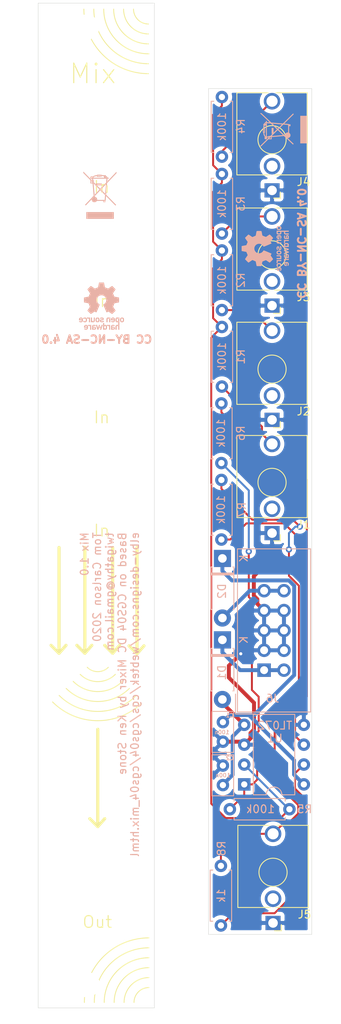
<source format=kicad_pcb>
(kicad_pcb (version 20171130) (host pcbnew "(5.1.4)-1")
  (layers (0 F.Cu signal) (31 B.Cu signal) (34 B.Paste user) (35 F.Paste user) (36 B.SilkS user) (37 F.SilkS user) (38 B.Mask user) (39 F.Mask user) (44 Edge.Cuts user))
  (net 0 "")
  (net 1 +12V)
  (net 2 Earth)
  (net 3 -12V)
  (net 4 "Net-(D1-Pad1)")
  (net 5 "Net-(D2-Pad2)")
  (net 6 "Net-(J1-PadT)")
  (net 7 "Net-(J2-PadT)")
  (net 8 "Net-(J3-PadT)")
  (net 9 "Net-(J4-PadT)")
  (net 10 "Net-(J5-PadT)")
  (net 11 "Net-(R1-Pad1)")
  (net 12 "Net-(R5-Pad1)")
  (net 13 "Net-(R6-Pad1)")
  (net 14 "Net-(R8-Pad2)")
  (module Symbol:WEEE-Logo_4.2x6mm_SilkScreen (layer B.Cu) (at 147.32 58.9788 270)
    (fp_text reference J26 hide)
    (fp_text value WEEE hide)
  )
  (module Symbol:OSHW-Logo_5.7x6mm_SilkScreen (layer B.Cu) (at 144.9832 74.168 270)
    (fp_text reference J27 hide)
    (fp_text value OSHW hide)
  )
  (module Symbol:WEEE-Logo_4.2x6mm_SilkScreen (layer B.Cu) (at 123.8504 67.3608 180)
    (fp_text reference J26 hide)
    (fp_text value WEEE hide)
  )
  (module Symbol:OSHW-Logo_5.7x6mm_SilkScreen (layer B.Cu) (at 124.0536 81.534 180)
    (fp_text reference J27 hide)
    (fp_text value OSHW hide)
  )
  (module MountingHole:MountingHole_3.2mm_M3 (layer F.Cu) (at 120.5484 45.8724)
    (fp_text reference REF** hide)
    (fp_text value MountingHole_3.2mm_M3)
    (pad "" np_thru_hole oval (at 0 0) (size 6.4 3.2) (drill oval 6.4 3.2) (layers *.Cu *.Mask))
  )
  (module MountingHole:MountingHole_3.2mm_M3 (layer F.Cu) (at 120.5992 168.275)
    (fp_text reference REF** hide)
    (fp_text value MountingHole_3.2mm_M3)
    (pad "" np_thru_hole oval (at 0 0) (size 6.4 3.2) (drill oval 6.4 3.2) (layers *.Cu *.Mask))
  )
  (module MountingHole:MountingHole_3.2mm_M3 (layer F.Cu) (at 124.079 104.0765)
    (fp_text reference REF** hide)
    (fp_text value MountingHole_3.2mm_M3)
    (pad "" np_thru_hole circle (at 0 0) (size 6.1 6.1) (drill 6.1) (layers *.Cu *.Mask))
  )
  (module MountingHole:MountingHole_3.2mm_M3 (layer F.Cu) (at 124.079 89.662)
    (fp_text reference REF** hide)
    (fp_text value MountingHole_3.2mm_M3)
    (pad "" np_thru_hole circle (at 0 0) (size 6.1 6.1) (drill 6.1) (layers *.Cu *.Mask))
  )
  (module MountingHole:MountingHole_3.2mm_M3 (layer F.Cu) (at 124.1425 74.803)
    (fp_text reference REF** hide)
    (fp_text value MountingHole_3.2mm_M3)
    (pad "" np_thru_hole circle (at 0 0) (size 6.1 6.1) (drill 6.1) (layers *.Cu *.Mask))
  )
  (module Diode_THT:D_DO-41_SOD81_P7.62mm_Horizontal (layer B.Cu) (at 139.5095 113.792 270)
    (fp_text reference D2 (at 4.191 0.0635 90) (layer B.SilkS) (effects (justify mirror)))
    (fp_text value D_Schottky)
    (fp_text user K (at 0 -2.7305 90) (layer B.SilkS) (effects (justify mirror)))
    (pad 2 thru_hole oval (at 7.62 0 270) (size 2.2 2.2) (drill 1.1) (layers *.Cu *.Mask) (net 5 "Net-(D2-Pad2)"))
    (pad 1 thru_hole rect (at 0 0 270) (size 2.2 2.2) (drill 1.1) (layers *.Cu *.Mask) (net 1 +12V))
  )
  (module Diode_THT:D_DO-41_SOD81_P7.62mm_Horizontal (layer B.Cu) (at 139.5095 124.206 270)
    (fp_text reference D1 (at 4.191 0.0635 90) (layer B.SilkS) (effects (justify mirror)))
    (fp_text value D_Schottky)
    (fp_text user K (at 0 -2.7305 90) (layer B.SilkS) (effects (justify mirror)))
    (pad 2 thru_hole oval (at 7.62 0 270) (size 2.2 2.2) (drill 1.1) (layers *.Cu *.Mask) (net 3 -12V))
    (pad 1 thru_hole rect (at 0 0 270) (size 2.2 2.2) (drill 1.1) (layers *.Cu *.Mask) (net 4 "Net-(D1-Pad1)"))
  )
  (module MountingHole:MountingHole_3.2mm_M3 (layer F.Cu) (at 124.079 60.2615)
    (fp_text reference REF** hide)
    (fp_text value MountingHole_3.2mm_M3)
    (pad "" np_thru_hole circle (at 0 0) (size 6.1 6.1) (drill 6.1) (layers *.Cu *.Mask))
  )
  (module MountingHole:MountingHole_3.2mm_M3 (layer F.Cu) (at 123.698 154.1145)
    (fp_text reference REF** hide)
    (fp_text value MountingHole_3.2mm_M3)
    (pad "" np_thru_hole circle (at 0 0) (size 6.1 6.1) (drill 6.1) (layers *.Cu *.Mask))
  )
  (module Package_DIP:DIP-8_W7.62mm (layer B.Cu) (at 142.3035 142.6845)
    (fp_text reference U1 (at 3.9116 -5.8801) (layer B.SilkS) (effects (justify mirror)))
    (fp_text value TL072 (at 3.9116 -7.5311) (layer B.SilkS) (effects (justify mirror)))
    (pad 8 thru_hole oval (at 7.62 0) (size 1.6 1.6) (drill 0.8) (layers *.Cu *.Mask) (net 1 +12V))
    (pad 4 thru_hole oval (at 0 -7.62) (size 1.6 1.6) (drill 0.8) (layers *.Cu *.Mask) (net 3 -12V))
    (pad 7 thru_hole oval (at 7.62 -2.54) (size 1.6 1.6) (drill 0.8) (layers *.Cu *.Mask) (net 14 "Net-(R8-Pad2)"))
    (pad 3 thru_hole oval (at 0 -5.08) (size 1.6 1.6) (drill 0.8) (layers *.Cu *.Mask) (net 2 Earth))
    (pad 6 thru_hole oval (at 7.62 -5.08) (size 1.6 1.6) (drill 0.8) (layers *.Cu *.Mask) (net 13 "Net-(R6-Pad1)"))
    (pad 2 thru_hole oval (at 0 -2.54) (size 1.6 1.6) (drill 0.8) (layers *.Cu *.Mask) (net 11 "Net-(R1-Pad1)"))
    (pad 5 thru_hole oval (at 7.62 -7.62) (size 1.6 1.6) (drill 0.8) (layers *.Cu *.Mask) (net 2 Earth))
    (pad 1 thru_hole rect (at 0 0) (size 1.6 1.6) (drill 0.8) (layers *.Cu *.Mask) (net 12 "Net-(R5-Pad1)"))
  )
  (module Resistor_THT:R_Axial_DIN0207_L6.3mm_D2.5mm_P7.62mm_Horizontal (layer B.Cu) (at 139.319 153.0985 270)
    (fp_text reference R8 (at -2.2225 -0.0762 270) (layer B.SilkS) (effects (justify mirror)))
    (fp_text value 1k (at 3.8227 -0.0254 270) (layer B.SilkS) (effects (justify mirror)))
    (pad 2 thru_hole oval (at 7.62 0 270) (size 1.6 1.6) (drill 0.8) (layers *.Cu *.Mask) (net 14 "Net-(R8-Pad2)"))
    (pad 1 thru_hole circle (at 0 0 270) (size 1.6 1.6) (drill 0.8) (layers *.Cu *.Mask) (net 10 "Net-(J5-PadT)"))
  )
  (module Resistor_THT:R_Axial_DIN0207_L6.3mm_D2.5mm_P7.62mm_Horizontal (layer B.Cu) (at 139.3825 103.759 270)
    (fp_text reference R7 (at 3.81 -2.6035 270) (layer B.SilkS) (effects (justify mirror)))
    (fp_text value 100k (at 3.81 0.0635 270) (layer B.SilkS) (effects (justify mirror)))
    (pad 2 thru_hole oval (at 7.62 0 270) (size 1.6 1.6) (drill 0.8) (layers *.Cu *.Mask) (net 13 "Net-(R6-Pad1)"))
    (pad 1 thru_hole circle (at 0 0 270) (size 1.6 1.6) (drill 0.8) (layers *.Cu *.Mask) (net 10 "Net-(J5-PadT)"))
  )
  (module Resistor_THT:R_Axial_DIN0207_L6.3mm_D2.5mm_P7.62mm_Horizontal (layer B.Cu) (at 139.3825 93.98 270)
    (fp_text reference R6 (at 3.81 -2.4765 270) (layer B.SilkS) (effects (justify mirror)))
    (fp_text value 100k (at 3.81 0.0635 270) (layer B.SilkS) (effects (justify mirror)))
    (pad 2 thru_hole oval (at 7.62 0 270) (size 1.6 1.6) (drill 0.8) (layers *.Cu *.Mask) (net 12 "Net-(R5-Pad1)"))
    (pad 1 thru_hole circle (at 0 0 270) (size 1.6 1.6) (drill 0.8) (layers *.Cu *.Mask) (net 13 "Net-(R6-Pad1)"))
  )
  (module Resistor_THT:R_Axial_DIN0207_L6.3mm_D2.5mm_P7.62mm_Horizontal (layer B.Cu) (at 140.462 145.8595)
    (fp_text reference R5 (at 9.5504 -0.0127) (layer B.SilkS) (effects (justify mirror)))
    (fp_text value 100k (at 3.9116 -0.0127) (layer B.SilkS) (effects (justify mirror)))
    (pad 2 thru_hole oval (at 7.62 0) (size 1.6 1.6) (drill 0.8) (layers *.Cu *.Mask) (net 11 "Net-(R1-Pad1)"))
    (pad 1 thru_hole circle (at 0 0) (size 1.6 1.6) (drill 0.8) (layers *.Cu *.Mask) (net 12 "Net-(R5-Pad1)"))
  )
  (module Resistor_THT:R_Axial_DIN0207_L6.3mm_D2.5mm_P7.62mm_Horizontal (layer B.Cu) (at 139.446 54.8005 270)
    (fp_text reference R4 (at 3.7465 -2.413 270) (layer B.SilkS) (effects (justify mirror)))
    (fp_text value 100k (at 3.81 0 270) (layer B.SilkS) (effects (justify mirror)))
    (pad 2 thru_hole oval (at 7.62 0 270) (size 1.6 1.6) (drill 0.8) (layers *.Cu *.Mask) (net 9 "Net-(J4-PadT)"))
    (pad 1 thru_hole circle (at 0 0 270) (size 1.6 1.6) (drill 0.8) (layers *.Cu *.Mask) (net 11 "Net-(R1-Pad1)"))
  )
  (module Resistor_THT:R_Axial_DIN0207_L6.3mm_D2.5mm_P7.62mm_Horizontal (layer B.Cu) (at 139.446 64.643 270)
    (fp_text reference R3 (at 3.81 -2.413 270) (layer B.SilkS) (effects (justify mirror)))
    (fp_text value 100k (at 3.81 0 270) (layer B.SilkS) (effects (justify mirror)))
    (pad 2 thru_hole oval (at 7.62 0 270) (size 1.6 1.6) (drill 0.8) (layers *.Cu *.Mask) (net 8 "Net-(J3-PadT)"))
    (pad 1 thru_hole circle (at 0 0 270) (size 1.6 1.6) (drill 0.8) (layers *.Cu *.Mask) (net 11 "Net-(R1-Pad1)"))
  )
  (module Resistor_THT:R_Axial_DIN0207_L6.3mm_D2.5mm_P7.62mm_Horizontal (layer B.Cu) (at 139.446 74.422 270)
    (fp_text reference R2 (at 3.81 -2.413 270) (layer B.SilkS) (effects (justify mirror)))
    (fp_text value 100k (at 3.81 0 270) (layer B.SilkS) (effects (justify mirror)))
    (pad 2 thru_hole oval (at 7.62 0 270) (size 1.6 1.6) (drill 0.8) (layers *.Cu *.Mask) (net 7 "Net-(J2-PadT)"))
    (pad 1 thru_hole circle (at 0 0 270) (size 1.6 1.6) (drill 0.8) (layers *.Cu *.Mask) (net 11 "Net-(R1-Pad1)"))
  )
  (module Resistor_THT:R_Axial_DIN0207_L6.3mm_D2.5mm_P7.62mm_Horizontal (layer B.Cu) (at 139.446 84.201 270)
    (fp_text reference R1 (at 3.81 -2.413 270) (layer B.SilkS) (effects (justify mirror)))
    (fp_text value 100k (at 3.81 0 270) (layer B.SilkS) (effects (justify mirror)))
    (pad 2 thru_hole oval (at 7.62 0 270) (size 1.6 1.6) (drill 0.8) (layers *.Cu *.Mask) (net 6 "Net-(J1-PadT)"))
    (pad 1 thru_hole circle (at 0 0 270) (size 1.6 1.6) (drill 0.8) (layers *.Cu *.Mask) (net 11 "Net-(R1-Pad1)"))
  )
  (module Connector_IDC:IDC-Header_2x05_P2.54mm_Vertical (layer B.Cu) (at 144.8435 128.0795)
    (fp_text reference J6 (at 1.0795 3.6195) (layer B.SilkS) (effects (justify mirror)))
    (fp_text value Conn_02x05_Odd_Even)
    (pad 10 thru_hole oval (at 2.54 -10.16) (size 1.7272 1.7272) (drill 1.016) (layers *.Cu *.Mask) (net 5 "Net-(D2-Pad2)"))
    (pad 9 thru_hole oval (at 0 -10.16) (size 1.7272 1.7272) (drill 1.016) (layers *.Cu *.Mask) (net 5 "Net-(D2-Pad2)"))
    (pad 8 thru_hole oval (at 2.54 -7.62) (size 1.7272 1.7272) (drill 1.016) (layers *.Cu *.Mask) (net 2 Earth))
    (pad 7 thru_hole oval (at 0 -7.62) (size 1.7272 1.7272) (drill 1.016) (layers *.Cu *.Mask) (net 2 Earth))
    (pad 6 thru_hole oval (at 2.54 -5.08) (size 1.7272 1.7272) (drill 1.016) (layers *.Cu *.Mask) (net 2 Earth))
    (pad 5 thru_hole oval (at 0 -5.08) (size 1.7272 1.7272) (drill 1.016) (layers *.Cu *.Mask) (net 2 Earth))
    (pad 4 thru_hole oval (at 2.54 -2.54) (size 1.7272 1.7272) (drill 1.016) (layers *.Cu *.Mask) (net 2 Earth))
    (pad 3 thru_hole oval (at 0 -2.54) (size 1.7272 1.7272) (drill 1.016) (layers *.Cu *.Mask) (net 2 Earth))
    (pad 2 thru_hole oval (at 2.54 0) (size 1.7272 1.7272) (drill 1.016) (layers *.Cu *.Mask) (net 4 "Net-(D1-Pad1)"))
    (pad 1 thru_hole rect (at 0 0) (size 1.7272 1.7272) (drill 1.016) (layers *.Cu *.Mask) (net 4 "Net-(D1-Pad1)"))
  )
  (module Connector_Audio:Jack_3.5mm_QingPu_WQP-PJ398SM_Vertical_CircularHoles (layer F.Cu) (at 145.9865 160.401 180)
    (fp_text reference J5 (at -4.03 1.08 180) (layer F.SilkS))
    (fp_text value AudioJack2)
    (pad T thru_hole circle (at 0 11.4) (size 2.13 2.13) (drill 1.43) (layers *.Cu *.Mask) (net 10 "Net-(J5-PadT)"))
    (pad S thru_hole rect (at 0 0) (size 1.93 1.83) (drill 1.22) (layers *.Cu *.Mask) (net 2 Earth))
    (pad TN thru_hole circle (at 0 3.1) (size 2.13 2.13) (drill 1.42) (layers *.Cu *.Mask))
  )
  (module Connector_Audio:Jack_3.5mm_QingPu_WQP-PJ398SM_Vertical_CircularHoles (layer F.Cu) (at 145.8595 66.7385 180)
    (fp_text reference J4 (at -4.03 1.08 180) (layer F.SilkS))
    (fp_text value AudioJack2)
    (pad T thru_hole circle (at 0 11.4) (size 2.13 2.13) (drill 1.43) (layers *.Cu *.Mask) (net 9 "Net-(J4-PadT)"))
    (pad S thru_hole rect (at 0 0) (size 1.93 1.83) (drill 1.22) (layers *.Cu *.Mask) (net 2 Earth))
    (pad TN thru_hole circle (at 0 3.1) (size 2.13 2.13) (drill 1.42) (layers *.Cu *.Mask))
  )
  (module Connector_Audio:Jack_3.5mm_QingPu_WQP-PJ398SM_Vertical_CircularHoles (layer F.Cu) (at 145.8595 81.4705 180)
    (fp_text reference J3 (at -4.03 1.08 180) (layer F.SilkS))
    (fp_text value AudioJack2)
    (pad T thru_hole circle (at 0 11.4) (size 2.13 2.13) (drill 1.43) (layers *.Cu *.Mask) (net 8 "Net-(J3-PadT)"))
    (pad S thru_hole rect (at 0 0) (size 1.93 1.83) (drill 1.22) (layers *.Cu *.Mask) (net 2 Earth))
    (pad TN thru_hole circle (at 0 3.1) (size 2.13 2.13) (drill 1.42) (layers *.Cu *.Mask))
  )
  (module Connector_Audio:Jack_3.5mm_QingPu_WQP-PJ398SM_Vertical_CircularHoles (layer F.Cu) (at 145.8595 96.0755 180)
    (fp_text reference J2 (at -4.03 1.08 180) (layer F.SilkS))
    (fp_text value AudioJack2)
    (pad T thru_hole circle (at 0 11.4) (size 2.13 2.13) (drill 1.43) (layers *.Cu *.Mask) (net 7 "Net-(J2-PadT)"))
    (pad S thru_hole rect (at 0 0) (size 1.93 1.83) (drill 1.22) (layers *.Cu *.Mask) (net 2 Earth))
    (pad TN thru_hole circle (at 0 3.1) (size 2.13 2.13) (drill 1.42) (layers *.Cu *.Mask))
  )
  (module Connector_Audio:Jack_3.5mm_QingPu_WQP-PJ398SM_Vertical_CircularHoles (layer F.Cu) (at 145.8595 110.5535 180)
    (fp_text reference J1 (at -4.03 1.08 180) (layer F.SilkS))
    (fp_text value AudioJack2)
    (pad T thru_hole circle (at 0 11.4) (size 2.13 2.13) (drill 1.43) (layers *.Cu *.Mask) (net 6 "Net-(J1-PadT)"))
    (pad S thru_hole rect (at 0 0) (size 1.93 1.83) (drill 1.22) (layers *.Cu *.Mask) (net 2 Earth))
    (pad TN thru_hole circle (at 0 3.1) (size 2.13 2.13) (drill 1.42) (layers *.Cu *.Mask))
  )
  (module Capacitor_THT:C_Disc_D5.0mm_W2.5mm_P2.50mm (layer B.Cu) (at 139.573 140.2715 270)
    (fp_text reference C2 (at -0.9525 -0.889) (layer B.SilkS) (effects (font (size 0.5 0.5) (thickness 0.125)) (justify mirror)))
    (fp_text value 100n (at 1.25 0) (layer B.SilkS) (effects (font (size 0.5 0.5) (thickness 0.1)) (justify mirror)))
    (pad 2 thru_hole circle (at 2.5 0 270) (size 1.6 1.6) (drill 0.8) (layers *.Cu *.Mask) (net 3 -12V))
    (pad 1 thru_hole circle (at 0 0 270) (size 1.6 1.6) (drill 0.8) (layers *.Cu *.Mask) (net 2 Earth))
  )
  (module Capacitor_THT:C_Disc_D5.0mm_W2.5mm_P2.50mm (layer B.Cu) (at 139.573 137.2235 90)
    (fp_text reference C1 (at 3.3655 0.889) (layer B.SilkS) (effects (font (size 0.5 0.5) (thickness 0.125)) (justify mirror)))
    (fp_text value 100n (at 1.2065 -0.127) (layer B.SilkS) (effects (font (size 0.5 0.5) (thickness 0.1)) (justify mirror)))
    (pad 2 thru_hole circle (at 2.5 0 90) (size 1.6 1.6) (drill 0.8) (layers *.Cu *.Mask) (net 1 +12V))
    (pad 1 thru_hole circle (at 0 0 90) (size 1.6 1.6) (drill 0.8) (layers *.Cu *.Mask) (net 2 Earth))
  )
  (gr_text "CC BY-NC-SA 4.0" (at 149.606 73.5076 270) (layer B.SilkS) (effects (font (size 1 1) (thickness 0.25)) (justify mirror)))
  (gr_text "CC BY-NC-SA 4.0" (at 123.444 85.8012) (layer B.SilkS) (effects (font (size 1 1) (thickness 0.25)) (justify mirror)))
  (gr_arc (start 130.1115 170.561) (end 130.1115 168.656) (angle -90) (layer F.SilkS) (width 0.12))
  (gr_arc (start 130.1115 170.561) (end 130.1115 163.576) (angle -90) (layer F.SilkS) (width 0.12))
  (gr_arc (start 130.1115 170.561) (end 130.1115 166.116) (angle -90) (layer F.SilkS) (width 0.12))
  (gr_arc (start 130.1115 170.561) (end 130.1115 164.846) (angle -90) (layer F.SilkS) (width 0.12))
  (gr_arc (start 130.1115 170.561) (end 130.1115 162.306) (angle -90) (layer F.SilkS) (width 0.12))
  (gr_arc (start 130.1115 170.561) (end 130.1115 167.386) (angle -90) (layer F.SilkS) (width 0.12))
  (gr_text "Mix 1.0\nTom Carlson 2020\ntwigathy@gmail.com\nBased on CGS04 DC Mixer by Ken Stone\nelby-designs.com/webtek/cgs/cgs04/cgs04_mix.html" (at 125.095 110.363 90) (layer B.SilkS) (effects (font (size 1 1)) (justify left mirror)))
  (gr_text Mix (at 122.936 51.816) (layer F.SilkS) (effects (font (size 2.5 2.5))))
  (gr_arc (start 130.048 43.561) (end 124.333 43.561) (angle -90.63659358) (layer F.SilkS) (width 0.12))
  (gr_arc (start 130.048 43.561) (end 126.873 43.561) (angle -90) (layer F.SilkS) (width 0.12))
  (gr_arc (start 130.048 43.561) (end 125.603 43.561) (angle -90) (layer F.SilkS) (width 0.12))
  (gr_arc (start 130.048 43.561) (end 121.793 43.561) (angle -90) (layer F.SilkS) (width 0.12))
  (gr_arc (start 130.048 43.561) (end 128.143 43.561) (angle -90) (layer F.SilkS) (width 0.12))
  (gr_arc (start 130.048 43.561) (end 123.063 43.561) (angle -90) (layer F.SilkS) (width 0.12))
  (gr_arc (start 123.571 126.369834) (end 118.631859 131.308974) (angle -88.17961325) (layer F.SilkS) (width 0.12))
  (gr_arc (start 123.571 126.365) (end 122.223962 127.712038) (angle -90) (layer F.SilkS) (width 0.12))
  (gr_arc (start 123.571 126.369834) (end 121.325936 128.614898) (angle -90) (layer F.SilkS) (width 0.12))
  (gr_arc (start 123.571 126.369834) (end 120.42791 129.512923) (angle -90) (layer F.SilkS) (width 0.12))
  (gr_arc (start 123.571 126.369834) (end 119.529885 130.410949) (angle -90) (layer F.SilkS) (width 0.12))
  (gr_arc (start 123.571 126.369834) (end 117.7925 132.1435) (angle -87.52997455) (layer F.SilkS) (width 0.12))
  (gr_line (start 128.5875 125.984) (end 128.5875 112.395) (layer F.SilkS) (width 0.4))
  (gr_line (start 128.5875 125.984) (end 129.4765 124.968) (layer F.SilkS) (width 0.4))
  (gr_line (start 128.5875 125.984) (end 127.5715 124.968) (layer F.SilkS) (width 0.4))
  (gr_line (start 125.476 125.9205) (end 125.476 112.395) (layer F.SilkS) (width 0.4))
  (gr_line (start 125.476 125.9205) (end 124.46 124.9045) (layer F.SilkS) (width 0.4))
  (gr_line (start 118.618 125.9205) (end 117.602 124.9045) (layer F.SilkS) (width 0.4))
  (gr_line (start 121.92 125.9205) (end 122.809 124.9045) (layer F.SilkS) (width 0.4))
  (gr_line (start 118.618 125.9205) (end 119.507 124.9045) (layer F.SilkS) (width 0.4))
  (gr_line (start 125.476 125.9205) (end 126.365 124.9045) (layer F.SilkS) (width 0.4))
  (gr_line (start 121.92 125.9205) (end 121.92 112.395) (layer F.SilkS) (width 0.4))
  (gr_line (start 118.618 125.9205) (end 118.618 112.395) (layer F.SilkS) (width 0.4))
  (gr_line (start 121.92 125.9205) (end 120.904 124.9045) (layer F.SilkS) (width 0.4))
  (gr_line (start 123.571 148.082) (end 123.571 135.636) (layer F.SilkS) (width 0.4))
  (gr_line (start 123.571 148.082) (end 124.46 147.066) (layer F.SilkS) (width 0.4))
  (gr_line (start 123.571 148.082) (end 122.555 147.066) (layer F.SilkS) (width 0.4))
  (gr_text In (at 124.079 110.236) (layer F.SilkS) (effects (font (size 1.5 1.5))))
  (gr_text In (at 124.079 95.758) (layer F.SilkS) (effects (font (size 1.5 1.5))))
  (gr_text In (at 124.1425 80.899) (layer F.SilkS) (effects (font (size 1.5 1.5))))
  (gr_text In (at 124.079 66.294) (layer F.SilkS) (effects (font (size 1.5 1.5))))
  (gr_text Out (at 123.5075 160.274) (layer F.SilkS) (effects (font (size 1.5 1.5))))
  (gr_line (start 130.81 42.799) (end 115.951 42.799) (layer Edge.Cuts) (width 0.05))
  (gr_line (start 115.951 171.2595) (end 115.951 42.799) (layer Edge.Cuts) (width 0.05))
  (gr_line (start 130.81 171.2595) (end 130.81 42.799) (layer Edge.Cuts) (width 0.05))
  (gr_line (start 130.81 171.2595) (end 115.951 171.2595) (layer Edge.Cuts) (width 0.05))
  (gr_line (start 150.9395 53.721) (end 137.7315 53.721) (layer Edge.Cuts) (width 0.05))
  (gr_line (start 150.9395 161.8615) (end 150.9395 53.721) (layer Edge.Cuts) (width 0.05))
  (gr_line (start 137.7315 161.8615) (end 137.7315 53.721) (layer Edge.Cuts) (width 0.05))
  (gr_line (start 150.9395 161.8615) (end 137.7315 161.8615) (layer Edge.Cuts) (width 0.05))
  (segment (start 142.903501 133.814499) (end 140.482001 133.814499) (width 0.5) (layer B.Cu) (net 1))
  (segment (start 148.673499 139.584497) (end 142.903501 133.814499) (width 0.5) (layer B.Cu) (net 1))
  (segment (start 148.673499 141.434499) (end 148.673499 139.584497) (width 0.5) (layer B.Cu) (net 1))
  (segment (start 148.673499 141.434499) (end 149.123501 141.884501) (width 0.5) (layer B.Cu) (net 1))
  (segment (start 149.123501 141.884501) (end 149.9235 142.6845) (width 0.5) (layer B.Cu) (net 1))
  (segment (start 140.372999 133.923501) (end 139.573 134.7235) (width 0.5) (layer B.Cu) (net 1))
  (segment (start 140.482001 133.814499) (end 140.372999 133.923501) (width 0.5) (layer B.Cu) (net 1))
  (segment (start 139.5095 115.392) (end 139.5095 113.792) (width 0.5) (layer B.Cu) (net 1))
  (segment (start 148.697101 128.710029) (end 148.697101 117.288971) (width 0.5) (layer B.Cu) (net 1))
  (segment (start 148.697101 117.288971) (end 148.014029 116.605899) (width 0.5) (layer B.Cu) (net 1))
  (segment (start 143.592631 133.814499) (end 148.697101 128.710029) (width 0.5) (layer B.Cu) (net 1))
  (segment (start 148.014029 116.605899) (end 140.723399 116.605899) (width 0.5) (layer B.Cu) (net 1))
  (segment (start 140.482001 133.814499) (end 143.592631 133.814499) (width 0.5) (layer B.Cu) (net 1))
  (segment (start 140.723399 116.605899) (end 139.5095 115.392) (width 0.5) (layer B.Cu) (net 1))
  (segment (start 141.9225 137.2235) (end 142.3035 137.6045) (width 0.5) (layer F.Cu) (net 2))
  (segment (start 139.573 137.2235) (end 141.9225 137.2235) (width 0.5) (layer F.Cu) (net 2))
  (segment (start 143.553501 135.664501) (end 143.553501 132.250501) (width 0.5) (layer F.Cu) (net 2))
  (segment (start 143.103499 136.114503) (end 143.553501 135.664501) (width 0.5) (layer F.Cu) (net 2))
  (segment (start 143.103499 136.804501) (end 143.103499 136.114503) (width 0.5) (layer F.Cu) (net 2))
  (segment (start 142.3035 137.6045) (end 143.103499 136.804501) (width 0.5) (layer F.Cu) (net 2))
  (segment (start 144.8435 125.5395) (end 142.3035 125.5395) (width 0.5) (layer B.Cu) (net 2))
  (segment (start 142.3035 125.5395) (end 141.859 125.984) (width 0.5) (layer B.Cu) (net 2))
  (segment (start 141.859 125.984) (end 141.859 125.984) (width 0.5) (layer B.Cu) (net 2))
  (via (at 141.859 125.984) (size 0.8) (drill 0.4) (layers F.Cu B.Cu) (net 2))
  (segment (start 140.335 129.032) (end 141.63675 130.33375) (width 0.5) (layer F.Cu) (net 2))
  (segment (start 140.335 127.508) (end 140.335 129.032) (width 0.5) (layer F.Cu) (net 2))
  (segment (start 141.859 125.984) (end 140.335 127.508) (width 0.5) (layer F.Cu) (net 2))
  (segment (start 143.553501 132.250501) (end 141.63675 130.33375) (width 0.5) (layer F.Cu) (net 2))
  (segment (start 141.63675 130.33375) (end 141.0335 129.7305) (width 0.5) (layer F.Cu) (net 2))
  (segment (start 144.653 114.935) (end 144.653 114.935) (width 0.5) (layer F.Cu) (net 2))
  (segment (start 145.8595 113.7285) (end 145.8595 110.5535) (width 0.5) (layer F.Cu) (net 2))
  (segment (start 143.529899 116.058101) (end 145.8595 113.7285) (width 0.5) (layer F.Cu) (net 2))
  (segment (start 143.529899 118.550029) (end 143.529899 116.058101) (width 0.5) (layer F.Cu) (net 2))
  (segment (start 143.979901 119.000031) (end 143.529899 118.550029) (width 0.5) (layer F.Cu) (net 2))
  (segment (start 144.8435 120.4595) (end 143.979901 119.595901) (width 0.5) (layer F.Cu) (net 2))
  (segment (start 143.979901 119.595901) (end 143.979901 119.000031) (width 0.5) (layer F.Cu) (net 2))
  (segment (start 141.503501 135.864499) (end 142.3035 135.0645) (width 0.5) (layer B.Cu) (net 3))
  (segment (start 140.823001 136.544999) (end 141.503501 135.864499) (width 0.5) (layer B.Cu) (net 3))
  (segment (start 140.823001 141.457999) (end 140.823001 136.544999) (width 0.5) (layer B.Cu) (net 3))
  (segment (start 139.573 142.708) (end 140.823001 141.457999) (width 0.5) (layer B.Cu) (net 3))
  (segment (start 139.5095 132.2705) (end 142.3035 135.0645) (width 0.5) (layer F.Cu) (net 3))
  (segment (start 139.5095 131.826) (end 139.5095 132.2705) (width 0.5) (layer F.Cu) (net 3))
  (segment (start 147.3835 128.0795) (end 144.8435 128.0795) (width 0.5) (layer B.Cu) (net 4))
  (segment (start 139.5095 125.806) (end 139.5095 124.206) (width 0.5) (layer B.Cu) (net 4))
  (segment (start 141.783 128.0795) (end 139.5095 125.806) (width 0.5) (layer B.Cu) (net 4))
  (segment (start 144.8435 128.0795) (end 141.783 128.0795) (width 0.5) (layer B.Cu) (net 4))
  (segment (start 147.3835 117.9195) (end 144.8435 117.9195) (width 0.5) (layer B.Cu) (net 5))
  (segment (start 143.002 117.9195) (end 139.5095 121.412) (width 0.5) (layer B.Cu) (net 5))
  (segment (start 144.8435 117.9195) (end 143.002 117.9195) (width 0.5) (layer B.Cu) (net 5))
  (segment (start 140.245999 92.620999) (end 139.446 91.821) (width 0.25) (layer F.Cu) (net 6))
  (segment (start 144.569499 96.944499) (end 140.245999 92.620999) (width 0.25) (layer F.Cu) (net 6))
  (segment (start 144.569499 97.863499) (end 144.569499 96.944499) (width 0.25) (layer F.Cu) (net 6))
  (segment (start 145.8595 99.1535) (end 144.569499 97.863499) (width 0.25) (layer F.Cu) (net 6))
  (segment (start 143.226 82.042) (end 139.446 82.042) (width 0.25) (layer F.Cu) (net 7))
  (segment (start 145.8595 84.6755) (end 143.226 82.042) (width 0.25) (layer F.Cu) (net 7))
  (segment (start 141.6385 70.0705) (end 139.446 72.263) (width 0.25) (layer F.Cu) (net 8))
  (segment (start 145.8595 70.0705) (end 141.6385 70.0705) (width 0.25) (layer F.Cu) (net 8))
  (segment (start 139.446 61.752) (end 139.446 62.4205) (width 0.25) (layer F.Cu) (net 9))
  (segment (start 145.8595 55.3385) (end 139.446 61.752) (width 0.25) (layer F.Cu) (net 9))
  (segment (start 139.319 153.0985) (end 139.319 151.003) (width 0.25) (layer F.Cu) (net 10))
  (segment (start 141.321 149.001) (end 145.9865 149.001) (width 0.25) (layer F.Cu) (net 10))
  (segment (start 139.319 151.003) (end 141.321 149.001) (width 0.25) (layer F.Cu) (net 10))
  (segment (start 146.194899 142.321399) (end 146.194899 133.903601) (width 0.25) (layer F.Cu) (net 10))
  (segment (start 149.207001 145.333501) (end 146.194899 142.321399) (width 0.25) (layer F.Cu) (net 10))
  (segment (start 149.2885 130.81) (end 149.2885 117.2845) (width 0.25) (layer F.Cu) (net 10))
  (segment (start 148.572101 116.568101) (end 148.17725 116.17325) (width 0.25) (layer F.Cu) (net 10))
  (segment (start 145.9865 149.001) (end 147.051499 147.936001) (width 0.25) (layer F.Cu) (net 10))
  (segment (start 146.194899 133.903601) (end 149.2885 130.81) (width 0.25) (layer F.Cu) (net 10))
  (segment (start 147.051499 147.936001) (end 147.670501 147.936001) (width 0.25) (layer F.Cu) (net 10))
  (segment (start 147.670501 147.936001) (end 149.207001 146.399501) (width 0.25) (layer F.Cu) (net 10))
  (segment (start 149.207001 146.399501) (end 149.207001 145.333501) (width 0.25) (layer F.Cu) (net 10))
  (segment (start 143.335631 108.843501) (end 148.531001 108.843501) (width 0.25) (layer F.Cu) (net 10))
  (segment (start 139.3825 103.759) (end 139.3825 104.89037) (width 0.25) (layer F.Cu) (net 10))
  (segment (start 139.3825 104.89037) (end 143.335631 108.843501) (width 0.25) (layer F.Cu) (net 10))
  (segment (start 148.531001 108.843501) (end 149.4155 109.728) (width 0.25) (layer F.Cu) (net 10))
  (segment (start 149.4155 109.728) (end 149.4155 109.728) (width 0.25) (layer F.Cu) (net 10))
  (via (at 149.4155 109.728) (size 0.8) (drill 0.4) (layers F.Cu B.Cu) (net 10))
  (segment (start 148.849815 109.728) (end 148.0185 110.559315) (width 0.25) (layer B.Cu) (net 10))
  (segment (start 149.4155 109.728) (end 148.849815 109.728) (width 0.25) (layer B.Cu) (net 10))
  (segment (start 148.0185 110.559315) (end 148.0185 112.649) (width 0.25) (layer B.Cu) (net 10))
  (segment (start 148.0185 112.649) (end 148.0185 112.649) (width 0.25) (layer B.Cu) (net 10))
  (via (at 148.0185 112.649) (size 0.8) (drill 0.4) (layers F.Cu B.Cu) (net 10))
  (segment (start 148.0185 116.0145) (end 148.93925 116.93525) (width 0.25) (layer F.Cu) (net 10))
  (segment (start 148.0185 112.649) (end 148.0185 116.0145) (width 0.25) (layer F.Cu) (net 10))
  (segment (start 149.2885 117.2845) (end 148.93925 116.93525) (width 0.25) (layer F.Cu) (net 10))
  (segment (start 148.93925 116.93525) (end 148.17725 116.17325) (width 0.25) (layer F.Cu) (net 10))
  (segment (start 148.0185 145.8595) (end 148.082 145.8595) (width 0.25) (layer B.Cu) (net 11))
  (segment (start 142.3035 140.1445) (end 148.0185 145.8595) (width 0.25) (layer B.Cu) (net 11))
  (segment (start 138.646001 63.843001) (end 139.446 64.643) (width 0.25) (layer F.Cu) (net 11))
  (segment (start 138.320999 63.517999) (end 138.646001 63.843001) (width 0.25) (layer F.Cu) (net 11))
  (segment (start 138.320999 57.056871) (end 138.320999 63.517999) (width 0.25) (layer F.Cu) (net 11))
  (segment (start 139.446 55.93187) (end 138.320999 57.056871) (width 0.25) (layer F.Cu) (net 11))
  (segment (start 139.446 54.8005) (end 139.446 55.93187) (width 0.25) (layer F.Cu) (net 11))
  (segment (start 138.646001 73.622001) (end 139.446 74.422) (width 0.25) (layer F.Cu) (net 11))
  (segment (start 138.320999 73.296999) (end 138.646001 73.622001) (width 0.25) (layer F.Cu) (net 11))
  (segment (start 138.320999 66.899371) (end 138.320999 73.296999) (width 0.25) (layer F.Cu) (net 11))
  (segment (start 139.446 65.77437) (end 138.320999 66.899371) (width 0.25) (layer F.Cu) (net 11))
  (segment (start 139.446 64.643) (end 139.446 65.77437) (width 0.25) (layer F.Cu) (net 11))
  (segment (start 138.646001 83.401001) (end 139.446 84.201) (width 0.25) (layer F.Cu) (net 11))
  (segment (start 138.320999 83.075999) (end 138.646001 83.401001) (width 0.25) (layer F.Cu) (net 11))
  (segment (start 138.320999 76.678371) (end 138.320999 83.075999) (width 0.25) (layer F.Cu) (net 11))
  (segment (start 139.446 75.55337) (end 138.320999 76.678371) (width 0.25) (layer F.Cu) (net 11))
  (segment (start 139.446 74.422) (end 139.446 75.55337) (width 0.25) (layer F.Cu) (net 11))
  (segment (start 147.282001 146.659499) (end 148.082 145.8595) (width 0.25) (layer F.Cu) (net 11))
  (segment (start 146.956999 146.984501) (end 147.282001 146.659499) (width 0.25) (layer F.Cu) (net 11))
  (segment (start 139.921999 146.984501) (end 146.956999 146.984501) (width 0.25) (layer F.Cu) (net 11))
  (segment (start 138.084499 145.147001) (end 139.921999 146.984501) (width 0.25) (layer F.Cu) (net 11))
  (segment (start 138.084499 85.562501) (end 138.084499 145.147001) (width 0.25) (layer F.Cu) (net 11))
  (segment (start 139.446 84.201) (end 138.084499 85.562501) (width 0.25) (layer F.Cu) (net 11))
  (segment (start 142.3035 144.018) (end 142.3035 142.6845) (width 0.25) (layer F.Cu) (net 12))
  (segment (start 140.462 145.8595) (end 142.3035 144.018) (width 0.25) (layer F.Cu) (net 12))
  (segment (start 143.9545 142.0835) (end 143.9545 136.07669) (width 0.25) (layer F.Cu) (net 12))
  (segment (start 143.3535 142.6845) (end 143.9545 142.0835) (width 0.25) (layer F.Cu) (net 12))
  (segment (start 143.28309 119.116408) (end 142.883091 118.716409) (width 0.25) (layer F.Cu) (net 12))
  (segment (start 142.883091 118.716409) (end 142.883091 112.894909) (width 0.25) (layer F.Cu) (net 12))
  (segment (start 143.28309 130.609292) (end 143.28309 119.116408) (width 0.25) (layer F.Cu) (net 12))
  (segment (start 144.14851 131.474712) (end 143.28309 130.609292) (width 0.25) (layer F.Cu) (net 12))
  (segment (start 144.14851 135.88268) (end 144.14851 131.474712) (width 0.25) (layer F.Cu) (net 12))
  (segment (start 142.3035 142.6845) (end 143.3535 142.6845) (width 0.25) (layer F.Cu) (net 12))
  (segment (start 143.9545 136.07669) (end 144.14851 135.88268) (width 0.25) (layer F.Cu) (net 12))
  (segment (start 142.883091 112.894909) (end 142.883091 112.894909) (width 0.25) (layer F.Cu) (net 12))
  (via (at 142.883091 112.894909) (size 0.8) (drill 0.4) (layers F.Cu B.Cu) (net 12))
  (segment (start 142.883091 105.100591) (end 139.3825 101.6) (width 0.25) (layer B.Cu) (net 12))
  (segment (start 142.883091 112.894909) (end 142.883091 105.100591) (width 0.25) (layer B.Cu) (net 12))
  (segment (start 139.3825 95.11137) (end 145.10913 100.838) (width 0.25) (layer F.Cu) (net 13))
  (segment (start 139.3825 93.98) (end 139.3825 95.11137) (width 0.25) (layer F.Cu) (net 13))
  (segment (start 145.10913 100.838) (end 147.447 100.838) (width 0.25) (layer F.Cu) (net 13))
  (segment (start 147.447 100.838) (end 150.3045 103.6955) (width 0.25) (layer F.Cu) (net 13))
  (segment (start 149.123501 136.804501) (end 149.9235 137.6045) (width 0.25) (layer F.Cu) (net 13))
  (segment (start 148.798499 136.479499) (end 149.123501 136.804501) (width 0.25) (layer F.Cu) (net 13))
  (segment (start 148.798499 132.951001) (end 148.798499 136.479499) (width 0.25) (layer F.Cu) (net 13))
  (segment (start 150.3045 131.445) (end 148.798499 132.951001) (width 0.25) (layer F.Cu) (net 13))
  (segment (start 139.419999 111.341501) (end 139.3825 111.379) (width 0.25) (layer B.Cu) (net 13))
  (segment (start 147.413499 109.313499) (end 150.3045 112.2045) (width 0.25) (layer F.Cu) (net 13))
  (segment (start 142.579371 109.313499) (end 147.413499 109.313499) (width 0.25) (layer F.Cu) (net 13))
  (segment (start 140.51387 111.379) (end 142.579371 109.313499) (width 0.25) (layer F.Cu) (net 13))
  (segment (start 139.3825 111.379) (end 140.51387 111.379) (width 0.25) (layer F.Cu) (net 13))
  (segment (start 150.3045 103.6955) (end 150.3045 112.2045) (width 0.25) (layer F.Cu) (net 13))
  (segment (start 150.3045 112.2045) (end 150.3045 131.445) (width 0.25) (layer F.Cu) (net 13))
  (segment (start 140.876501 159.160999) (end 146.183703 159.160999) (width 0.25) (layer F.Cu) (net 14))
  (segment (start 146.183703 159.160999) (end 149.479 155.865702) (width 0.25) (layer F.Cu) (net 14))
  (segment (start 148.798499 141.269501) (end 149.123501 140.944499) (width 0.25) (layer F.Cu) (net 14))
  (segment (start 149.123501 140.944499) (end 149.9235 140.1445) (width 0.25) (layer F.Cu) (net 14))
  (segment (start 139.319 160.7185) (end 140.876501 159.160999) (width 0.25) (layer F.Cu) (net 14))
  (segment (start 148.798499 143.224501) (end 148.798499 141.269501) (width 0.25) (layer F.Cu) (net 14))
  (segment (start 149.479 155.865702) (end 149.479 146.763913) (width 0.25) (layer F.Cu) (net 14))
  (segment (start 149.802009 144.228011) (end 148.798499 143.224501) (width 0.25) (layer F.Cu) (net 14))
  (segment (start 149.802009 146.440904) (end 149.802009 144.228011) (width 0.25) (layer F.Cu) (net 14))
  (segment (start 149.479 146.763913) (end 149.802009 146.440904) (width 0.25) (layer F.Cu) (net 14))
  (zone (net 2) (net_name Earth) (layer B.Cu) (connect_pads (clearance 0.508)) (min_thickness 0.254) (fill yes (arc_segments 32) (thermal_gap 0.508) (thermal_bridge_width 0.508))
    (polygon (pts (xy 137.7315 53.721) (xy 150.9395 53.721) (xy 150.9395 161.798) (xy 137.7315 161.798)))
  )
)
</source>
